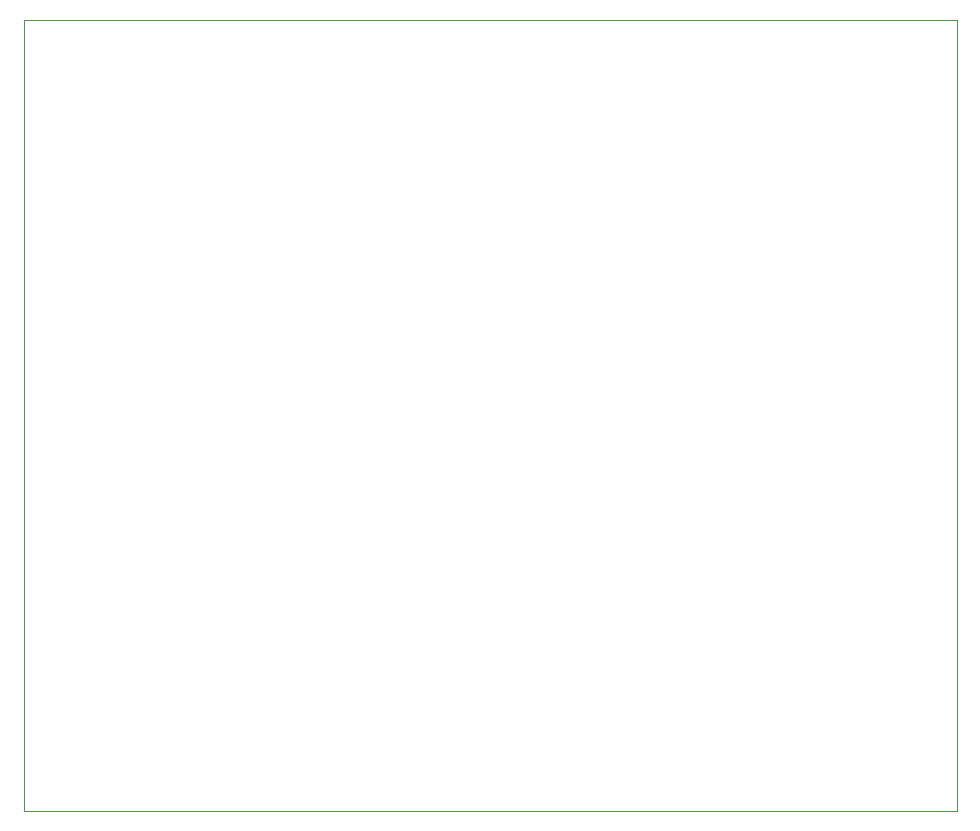
<source format=gbr>
G04 #@! TF.GenerationSoftware,KiCad,Pcbnew,(5.1.0)-1*
G04 #@! TF.CreationDate,2020-01-06T22:37:38-04:00*
G04 #@! TF.ProjectId,main,6d61696e-2e6b-4696-9361-645f70636258,rev?*
G04 #@! TF.SameCoordinates,Original*
G04 #@! TF.FileFunction,Profile,NP*
%FSLAX46Y46*%
G04 Gerber Fmt 4.6, Leading zero omitted, Abs format (unit mm)*
G04 Created by KiCad (PCBNEW (5.1.0)-1) date 2020-01-06 22:37:38*
%MOMM*%
%LPD*%
G04 APERTURE LIST*
%ADD10C,0.050000*%
G04 APERTURE END LIST*
D10*
X105000000Y-112000000D02*
X105000000Y-111000000D01*
X147000000Y-112000000D02*
X105000000Y-112000000D01*
X105000000Y-78000000D02*
X105000000Y-111000000D01*
X105000000Y-45000000D02*
X105000000Y-78000000D01*
X144000000Y-45000000D02*
X105000000Y-45000000D01*
X184000000Y-45000000D02*
X144000000Y-45000000D01*
X184000000Y-79000000D02*
X184000000Y-45000000D01*
X184000000Y-112000000D02*
X184000000Y-79000000D01*
X183000000Y-112000000D02*
X184000000Y-112000000D01*
X147000000Y-112000000D02*
X183000000Y-112000000D01*
M02*

</source>
